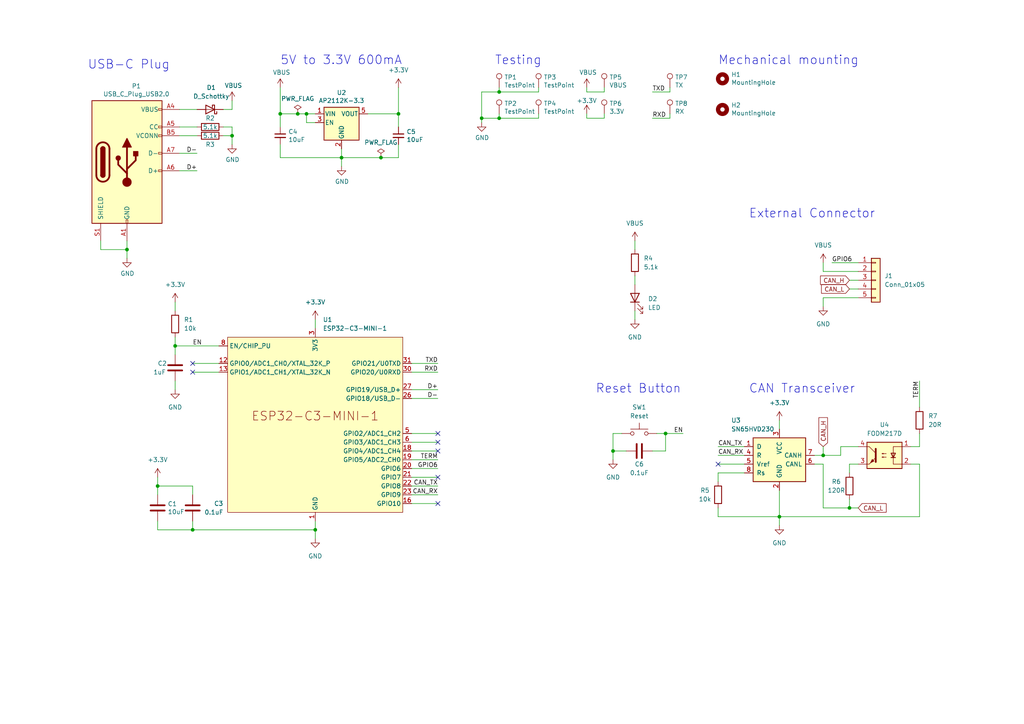
<source format=kicad_sch>
(kicad_sch (version 20230121) (generator eeschema)
  (paper "A4")
  (title_block (title "Expansion Card Template") (date "2020-12-12") (rev "X1") (company "Framework") (comment 1 "This work is licensed under a Creative Commons Attribution 4.0 International License") (comment 4 "https://frame.work"))
  (lib_symbols
    (symbol "Connector:TestPoint" (pin_numbers hide) (pin_names (offset 0.762) hide)
      (property "Reference" "TP" (at 0 6.858 0))
      (property "Value" "TestPoint" (at 0 5.08 0))
      (symbol "TestPoint_0_1"
        (circle (center 0 3.302) (radius 0.762))
      )
      (symbol "TestPoint_1_1"
        (pin passive line (at 0 0 90) (length 2.54) (name "1") (number "1"))
      )
    )
    (symbol "Connector:USB_C_Plug_USB2.0" (pin_names (offset 1.016))
      (property "Reference" "P" (at -10.16 19.05 0))
      (property "Value" "USB_C_Plug_USB2.0" (at 12.7 19.05 0))
      (symbol "USB_C_Plug_USB2.0_0_0"
        (rectangle (start -0.254 -17.78) (end 0.254 -16.764))
        (rectangle (start 10.16 -2.286) (end 9.144 -2.794))
        (rectangle (start 10.16 2.794) (end 9.144 2.286))
        (rectangle (start 10.16 7.874) (end 9.144 7.366))
        (rectangle (start 10.16 10.414) (end 9.144 9.906))
        (rectangle (start 10.16 15.494) (end 9.144 14.986))
      )
      (symbol "USB_C_Plug_USB2.0_0_1"
        (rectangle (start -10.16 17.78) (end 10.16 -17.78) (stroke (width 0.254)) (fill (type background)))
        (arc (start -8.89 -3.81) (mid -6.985 -5.7067) (end -5.08 -3.81) (stroke (width 0.508)))
        (arc (start -7.62 -3.81) (mid -6.985 -4.4423) (end -6.35 -3.81) (stroke (width 0.254)))
        (arc (start -7.62 -3.81) (mid -6.985 -4.4423) (end -6.35 -3.81) (stroke (width 0.254)) (fill (type outline)))
        (rectangle (start -7.62 -3.81) (end -6.35 3.81) (stroke (width 0.254)) (fill (type outline)))
        (arc (start -6.35 3.81) (mid -6.985 4.4423) (end -7.62 3.81) (stroke (width 0.254)))
        (arc (start -6.35 3.81) (mid -6.985 4.4423) (end -7.62 3.81) (stroke (width 0.254)) (fill (type outline)))
        (arc (start -5.08 3.81) (mid -6.985 5.7067) (end -8.89 3.81) (stroke (width 0.508)))
        (circle (center -2.54 1.143) (radius 0.635) (stroke (width 0.254)) (fill (type outline)))
        (circle (center 0 -5.842) (radius 1.27) (fill (type outline)))
        (polyline (pts (xy -8.89 -3.81) (xy -8.89 3.81)) (stroke (width 0.508)))
        (polyline (pts (xy -5.08 3.81) (xy -5.08 -3.81)) (stroke (width 0.508)))
        (polyline (pts (xy 0 -5.842) (xy 0 4.318)) (stroke (width 0.508)))
        (polyline (pts (xy 0 -3.302) (xy -2.54 -0.762) (xy -2.54 0.508)) (stroke (width 0.508)))
        (polyline (pts (xy 0 -2.032) (xy 2.54 0.508) (xy 2.54 1.778)) (stroke (width 0.508)))
        (polyline (pts (xy -1.27 4.318) (xy 0 6.858) (xy 1.27 4.318) (xy -1.27 4.318)) (stroke (width 0.254)) (fill (type outline)))
        (rectangle (start 1.905 1.778) (end 3.175 3.048) (stroke (width 0.254)) (fill (type outline)))
      )
      (symbol "USB_C_Plug_USB2.0_1_1"
        (pin passive line (at 0 -22.86 90) (length 5.08) (name "GND") (number "A1"))
        (pin passive line (at 0 -22.86 90) (length 5.08) hide (name "GND") (number "A12"))
        (pin passive line (at 15.24 15.24 180) (length 5.08) (name "VBUS") (number "A4"))
        (pin bidirectional line (at 15.24 10.16 180) (length 5.08) (name "CC") (number "A5"))
        (pin bidirectional line (at 15.24 -2.54 180) (length 5.08) (name "D+") (number "A6"))
        (pin bidirectional line (at 15.24 2.54 180) (length 5.08) (name "D-") (number "A7"))
        (pin passive line (at 15.24 15.24 180) (length 5.08) hide (name "VBUS") (number "A9"))
        (pin passive line (at 0 -22.86 90) (length 5.08) hide (name "GND") (number "B1"))
        (pin passive line (at 0 -22.86 90) (length 5.08) hide (name "GND") (number "B12"))
        (pin passive line (at 15.24 15.24 180) (length 5.08) hide (name "VBUS") (number "B4"))
        (pin bidirectional line (at 15.24 7.62 180) (length 5.08) (name "VCONN") (number "B5"))
        (pin passive line (at 15.24 15.24 180) (length 5.08) hide (name "VBUS") (number "B9"))
        (pin passive line (at -7.62 -22.86 90) (length 5.08) (name "SHIELD") (number "S1"))
      )
    )
    (symbol "Connector_Generic:Conn_01x05" (pin_names (offset 1.016) hide)
      (property "Reference" "J" (at 0 7.62 0))
      (property "Value" "Conn_01x05" (at 0 -7.62 0))
      (symbol "Conn_01x05_1_1"
        (rectangle (start -1.27 -4.953) (end 0 -5.207) (stroke (width 0.1524)))
        (rectangle (start -1.27 -2.413) (end 0 -2.667) (stroke (width 0.1524)))
        (rectangle (start -1.27 0.127) (end 0 -0.127) (stroke (width 0.1524)))
        (rectangle (start -1.27 2.667) (end 0 2.413) (stroke (width 0.1524)))
        (rectangle (start -1.27 5.207) (end 0 4.953) (stroke (width 0.1524)))
        (rectangle (start -1.27 6.35) (end 1.27 -6.35) (stroke (width 0.254)) (fill (type background)))
        (pin passive line (at -5.08 5.08 0) (length 3.81) (name "Pin_1") (number "1"))
        (pin passive line (at -5.08 2.54 0) (length 3.81) (name "Pin_2") (number "2"))
        (pin passive line (at -5.08 0 0) (length 3.81) (name "Pin_3") (number "3"))
        (pin passive line (at -5.08 -2.54 0) (length 3.81) (name "Pin_4") (number "4"))
        (pin passive line (at -5.08 -5.08 0) (length 3.81) (name "Pin_5") (number "5"))
      )
    )
    (symbol "Device:C" (pin_numbers hide) (pin_names (offset 0.254))
      (property "Reference" "C" (at 0.635 2.54 0))
      (property "Value" "C" (at 0.635 -2.54 0))
      (symbol "C_0_1"
        (polyline (pts (xy -2.032 -0.762) (xy 2.032 -0.762)) (stroke (width 0.508)))
        (polyline (pts (xy -2.032 0.762) (xy 2.032 0.762)) (stroke (width 0.508)))
      )
      (symbol "C_1_1"
        (pin passive line (at 0 3.81 270) (length 2.794) (name "~") (number "1"))
        (pin passive line (at 0 -3.81 90) (length 2.794) (name "~") (number "2"))
      )
    )
    (symbol "Device:C_Small" (pin_numbers hide) (pin_names (offset 0.254) hide)
      (property "Reference" "C" (at 0.254 1.778 0))
      (property "Value" "C_Small" (at 0.254 -2.032 0))
      (symbol "C_Small_0_1"
        (polyline (pts (xy -1.524 -0.508) (xy 1.524 -0.508)) (stroke (width 0.3302)))
        (polyline (pts (xy -1.524 0.508) (xy 1.524 0.508)) (stroke (width 0.3048)))
      )
      (symbol "C_Small_1_1"
        (pin passive line (at 0 2.54 270) (length 2.032) (name "~") (number "1"))
        (pin passive line (at 0 -2.54 90) (length 2.032) (name "~") (number "2"))
      )
    )
    (symbol "Device:D_Schottky" (pin_numbers hide) (pin_names (offset 1.016) hide)
      (property "Reference" "D" (at 0 2.54 0))
      (property "Value" "D_Schottky" (at 0 -2.54 0))
      (symbol "D_Schottky_0_1"
        (polyline (pts (xy 1.27 0) (xy -1.27 0)))
        (polyline (pts (xy 1.27 1.27) (xy 1.27 -1.27) (xy -1.27 0) (xy 1.27 1.27)) (stroke (width 0.254)))
        (polyline (pts (xy -1.905 0.635) (xy -1.905 1.27) (xy -1.27 1.27) (xy -1.27 -1.27) (xy -0.635 -1.27) (xy -0.635 -0.635)) (stroke (width 0.254)))
      )
      (symbol "D_Schottky_1_1"
        (pin passive line (at -3.81 0 0) (length 2.54) (name "K") (number "1"))
        (pin passive line (at 3.81 0 180) (length 2.54) (name "A") (number "2"))
      )
    )
    (symbol "Device:LED" (pin_numbers hide) (pin_names (offset 1.016) hide)
      (property "Reference" "D" (at 0 2.54 0))
      (property "Value" "LED" (at 0 -2.54 0))
      (symbol "LED_0_1"
        (polyline (pts (xy -1.27 -1.27) (xy -1.27 1.27)) (stroke (width 0.254)))
        (polyline (pts (xy -1.27 0) (xy 1.27 0)))
        (polyline (pts (xy 1.27 -1.27) (xy 1.27 1.27) (xy -1.27 0) (xy 1.27 -1.27)) (stroke (width 0.254)))
        (polyline (pts (xy -3.048 -0.762) (xy -4.572 -2.286) (xy -3.81 -2.286) (xy -4.572 -2.286) (xy -4.572 -1.524)))
        (polyline (pts (xy -1.778 -0.762) (xy -3.302 -2.286) (xy -2.54 -2.286) (xy -3.302 -2.286) (xy -3.302 -1.524)))
      )
      (symbol "LED_1_1"
        (pin passive line (at -3.81 0 0) (length 2.54) (name "K") (number "1"))
        (pin passive line (at 3.81 0 180) (length 2.54) (name "A") (number "2"))
      )
    )
    (symbol "Device:R" (pin_numbers hide) (pin_names (offset 0))
      (property "Reference" "R" (at 2.032 0 90))
      (property "Value" "R" (at 0 0 90))
      (symbol "R_0_1"
        (rectangle (start -1.016 -2.54) (end 1.016 2.54) (stroke (width 0.254)))
      )
      (symbol "R_1_1"
        (pin passive line (at 0 3.81 270) (length 1.27) (name "~") (number "1"))
        (pin passive line (at 0 -3.81 90) (length 1.27) (name "~") (number "2"))
      )
    )
    (symbol "Espressif:ESP32-C3-MINI-1"
      (property "Reference" "U" (at -25.4 30.48 0))
      (property "Value" "ESP32-C3-MINI-1" (at -25.4 27.94 0))
      (symbol "ESP32-C3-MINI-1_0_0"
        (text "ESP32-C3-MINI-1" (at 0 2.54 0) (effects (font (size 2.54 2.54))))
      )
      (symbol "ESP32-C3-MINI-1_0_1"
        (rectangle (start -25.4 25.4) (end 25.4 -25.4) (fill (type background)))
      )
      (symbol "ESP32-C3-MINI-1_1_1"
        (pin power_in line (at 0 -27.94 90) (length 2.54) (name "GND") (number "1"))
        (pin no_connect line (at -25.4 2.54 0) (length 2.54) hide (name "NC") (number "10"))
        (pin passive line (at 0 -27.94 90) (length 2.54) hide (name "GND") (number "11"))
        (pin bidirectional line (at -27.94 17.78 0) (length 2.54) (name "GPIO0/ADC1_CH0/XTAL_32K_P") (number "12"))
        (pin bidirectional line (at -27.94 15.24 0) (length 2.54) (name "GPIO1/ADC1_CH1/XTAL_32K_N") (number "13"))
        (pin passive line (at 0 -27.94 90) (length 2.54) hide (name "GND") (number "14"))
        (pin no_connect line (at -25.4 0 0) (length 2.54) hide (name "NC") (number "15"))
        (pin bidirectional line (at 27.94 -22.86 180) (length 2.54) (name "GPIO10") (number "16"))
        (pin no_connect line (at -25.4 -2.54 0) (length 2.54) hide (name "NC") (number "17"))
        (pin bidirectional line (at 27.94 -7.62 180) (length 2.54) (name "GPIO4/ADC1_CH4") (number "18"))
        (pin bidirectional line (at 27.94 -10.16 180) (length 2.54) (name "GPIO5/ADC2_CH0") (number "19"))
        (pin passive line (at 0 -27.94 90) (length 2.54) hide (name "GND") (number "2"))
        (pin bidirectional line (at 27.94 -12.7 180) (length 2.54) (name "GPIO6") (number "20"))
        (pin bidirectional line (at 27.94 -15.24 180) (length 2.54) (name "GPIO7") (number "21"))
        (pin bidirectional line (at 27.94 -17.78 180) (length 2.54) (name "GPIO8") (number "22"))
        (pin bidirectional line (at 27.94 -20.32 180) (length 2.54) (name "GPIO9") (number "23"))
        (pin no_connect line (at -25.4 -5.08 0) (length 2.54) hide (name "NC") (number "24"))
        (pin no_connect line (at -25.4 -7.62 0) (length 2.54) hide (name "NC") (number "25"))
        (pin bidirectional line (at 27.94 7.62 180) (length 2.54) (name "GPIO18/USB_D-") (number "26"))
        (pin bidirectional line (at 27.94 10.16 180) (length 2.54) (name "GPIO19/USB_D+") (number "27"))
        (pin no_connect line (at -25.4 -10.16 0) (length 2.54) hide (name "NC") (number "28"))
        (pin no_connect line (at -25.4 -12.7 0) (length 2.54) hide (name "NC") (number "29"))
        (pin power_in line (at 0 27.94 270) (length 2.54) (name "3V3") (number "3"))
        (pin bidirectional line (at 27.94 15.24 180) (length 2.54) (name "GPIO20/U0RXD") (number "30"))
        (pin bidirectional line (at 27.94 17.78 180) (length 2.54) (name "GPIO21/U0TXD") (number "31"))
        (pin no_connect line (at -25.4 -15.24 0) (length 2.54) hide (name "NC") (number "32"))
        (pin no_connect line (at -25.4 -17.78 0) (length 2.54) hide (name "NC") (number "33"))
        (pin no_connect line (at -25.4 -20.32 0) (length 2.54) hide (name "NC") (number "34"))
        (pin no_connect line (at -25.4 -22.86 0) (length 2.54) hide (name "NC") (number "35"))
        (pin passive line (at 0 -27.94 90) (length 2.54) hide (name "GND") (number "36"))
        (pin passive line (at 0 -27.94 90) (length 2.54) hide (name "GND") (number "37"))
        (pin passive line (at 0 -27.94 90) (length 2.54) hide (name "GND") (number "38"))
        (pin passive line (at 0 -27.94 90) (length 2.54) hide (name "GND") (number "39"))
        (pin no_connect line (at -25.4 10.16 0) (length 2.54) hide (name "NC") (number "4"))
        (pin passive line (at 0 -27.94 90) (length 2.54) hide (name "GND") (number "40"))
        (pin passive line (at 0 -27.94 90) (length 2.54) hide (name "GND") (number "41"))
        (pin passive line (at 0 -27.94 90) (length 2.54) hide (name "GND") (number "42"))
        (pin passive line (at 0 -27.94 90) (length 2.54) hide (name "GND") (number "43"))
        (pin passive line (at 0 -27.94 90) (length 2.54) hide (name "GND") (number "44"))
        (pin passive line (at 0 -27.94 90) (length 2.54) hide (name "GND") (number "45"))
        (pin passive line (at 0 -27.94 90) (length 2.54) hide (name "GND") (number "46"))
        (pin passive line (at 0 -27.94 90) (length 2.54) hide (name "GND") (number "47"))
        (pin passive line (at 0 -27.94 90) (length 2.54) hide (name "GND") (number "48"))
        (pin passive line (at 0 -27.94 90) (length 2.54) hide (name "GND") (number "49"))
        (pin bidirectional line (at 27.94 -2.54 180) (length 2.54) (name "GPIO2/ADC1_CH2") (number "5"))
        (pin passive line (at 0 -27.94 90) (length 2.54) hide (name "GND") (number "50"))
        (pin passive line (at 0 -27.94 90) (length 2.54) hide (name "GND") (number "51"))
        (pin passive line (at 0 -27.94 90) (length 2.54) hide (name "GND") (number "52"))
        (pin passive line (at 0 -27.94 90) (length 2.54) hide (name "GND") (number "53"))
        (pin bidirectional line (at 27.94 -5.08 180) (length 2.54) (name "GPIO3/ADC1_CH3") (number "6"))
        (pin no_connect line (at -25.4 7.62 0) (length 2.54) hide (name "NC") (number "7"))
        (pin input line (at -27.94 22.86 0) (length 2.54) (name "EN/CHIP_PU") (number "8"))
        (pin no_connect line (at -25.4 5.08 0) (length 2.54) hide (name "NC") (number "9"))
      )
    )
    (symbol "GND_1" (power) (pin_names (offset 0))
      (property "Value" "GND_1" (at 0 -3.81 0))
      (symbol "GND_1_0_1"
        (polyline (pts (xy 0 0) (xy 0 -1.27) (xy 1.27 -1.27) (xy 0 -2.54) (xy -1.27 -1.27) (xy 0 -1.27)))
      )
      (symbol "GND_1_1_1"
        (pin power_in line (at 0 0 270) (length 0) hide (name "GND") (number "1"))
      )
    )
    (symbol "GND_2" (power) (pin_names (offset 0))
      (property "Value" "GND_2" (at 0 -3.81 0))
      (symbol "GND_2_0_1"
        (polyline (pts (xy 0 0) (xy 0 -1.27) (xy 1.27 -1.27) (xy 0 -2.54) (xy -1.27 -1.27) (xy 0 -1.27)))
      )
      (symbol "GND_2_1_1"
        (pin power_in line (at 0 0 270) (length 0) hide (name "GND") (number "1"))
      )
    )
    (symbol "GND_4" (power) (pin_names (offset 0))
      (property "Value" "GND_4" (at 0 -3.81 0))
      (symbol "GND_4_0_1"
        (polyline (pts (xy 0 0) (xy 0 -1.27) (xy 1.27 -1.27) (xy 0 -2.54) (xy -1.27 -1.27) (xy 0 -1.27)))
      )
      (symbol "GND_4_1_1"
        (pin power_in line (at 0 0 270) (length 0) hide (name "GND") (number "1"))
      )
    )
    (symbol "GND_5" (power) (pin_names (offset 0))
      (property "Value" "GND_5" (at 0 -3.81 0))
      (symbol "GND_5_0_1"
        (polyline (pts (xy 0 0) (xy 0 -1.27) (xy 1.27 -1.27) (xy 0 -2.54) (xy -1.27 -1.27) (xy 0 -1.27)))
      )
      (symbol "GND_5_1_1"
        (pin power_in line (at 0 0 270) (length 0) hide (name "GND") (number "1"))
      )
    )
    (symbol "GND_6" (power) (pin_names (offset 0))
      (property "Value" "GND_6" (at 0 -3.81 0))
      (symbol "GND_6_0_1"
        (polyline (pts (xy 0 0) (xy 0 -1.27) (xy 1.27 -1.27) (xy 0 -2.54) (xy -1.27 -1.27) (xy 0 -1.27)))
      )
      (symbol "GND_6_1_1"
        (pin power_in line (at 0 0 270) (length 0) hide (name "GND") (number "1"))
      )
    )
    (symbol "GND_7" (power) (pin_names (offset 0))
      (property "Value" "GND_7" (at 0 -3.81 0))
      (symbol "GND_7_0_1"
        (polyline (pts (xy 0 0) (xy 0 -1.27) (xy 1.27 -1.27) (xy 0 -2.54) (xy -1.27 -1.27) (xy 0 -1.27)))
      )
      (symbol "GND_7_1_1"
        (pin power_in line (at 0 0 270) (length 0) hide (name "GND") (number "1"))
      )
    )
    (symbol "Interface_CAN_LIN:SN65HVD230" (pin_names (offset 1.016))
      (property "Reference" "U" (at -2.54 10.16 0))
      (property "Value" "SN65HVD230" (at -2.54 7.62 0))
      (symbol "SN65HVD230_0_1"
        (rectangle (start -7.62 5.08) (end 7.62 -7.62) (stroke (width 0.254)) (fill (type background)))
      )
      (symbol "SN65HVD230_1_1"
        (pin input line (at -10.16 2.54 0) (length 2.54) (name "D") (number "1"))
        (pin power_in line (at 0 -10.16 90) (length 2.54) (name "GND") (number "2"))
        (pin power_in line (at 0 7.62 270) (length 2.54) (name "VCC") (number "3"))
        (pin output line (at -10.16 0 0) (length 2.54) (name "R") (number "4"))
        (pin output line (at -10.16 -2.54 0) (length 2.54) (name "Vref") (number "5"))
        (pin bidirectional line (at 10.16 -2.54 180) (length 2.54) (name "CANL") (number "6"))
        (pin bidirectional line (at 10.16 0 180) (length 2.54) (name "CANH") (number "7"))
        (pin input line (at -10.16 -5.08 0) (length 2.54) (name "Rs") (number "8"))
      )
    )
    (symbol "Isolator:FODM217D"
      (property "Reference" "U" (at -5.08 5.08 0))
      (property "Value" "FODM217D" (at 0 5.08 0))
      (symbol "FODM217D_0_1"
        (rectangle (start -5.08 3.81) (end 5.08 -3.81) (stroke (width 0.254)) (fill (type background)))
        (polyline (pts (xy -3.175 -0.635) (xy -1.905 -0.635)) (stroke (width 0.254)))
        (polyline (pts (xy 2.54 0.635) (xy 4.445 2.54)))
        (polyline (pts (xy 4.445 -2.54) (xy 2.54 -0.635)) (fill (type outline)))
        (polyline (pts (xy 4.445 -2.54) (xy 5.08 -2.54)))
        (polyline (pts (xy 4.445 2.54) (xy 5.08 2.54)))
        (polyline (pts (xy -5.08 2.54) (xy -2.54 2.54) (xy -2.54 -0.635)))
        (polyline (pts (xy -2.54 -0.635) (xy -2.54 -2.54) (xy -5.08 -2.54)))
        (polyline (pts (xy 2.54 1.905) (xy 2.54 -1.905) (xy 2.54 -1.905)) (stroke (width 0.508)))
        (polyline (pts (xy -2.54 -0.635) (xy -3.175 0.635) (xy -1.905 0.635) (xy -2.54 -0.635)) (stroke (width 0.254)))
        (polyline (pts (xy -0.508 -0.508) (xy 0.762 -0.508) (xy 0.381 -0.635) (xy 0.381 -0.381) (xy 0.762 -0.508)))
        (polyline (pts (xy -0.508 0.508) (xy 0.762 0.508) (xy 0.381 0.381) (xy 0.381 0.635) (xy 0.762 0.508)))
        (polyline (pts (xy 3.048 -1.651) (xy 3.556 -1.143) (xy 4.064 -2.159) (xy 3.048 -1.651) (xy 3.048 -1.651)) (fill (type outline)))
      )
      (symbol "FODM217D_1_1"
        (pin passive line (at -7.62 2.54 0) (length 2.54) (name "~") (number "1"))
        (pin passive line (at -7.62 -2.54 0) (length 2.54) (name "~") (number "2"))
        (pin passive line (at 7.62 -2.54 180) (length 2.54) (name "~") (number "3"))
        (pin passive line (at 7.62 2.54 180) (length 2.54) (name "~") (number "4"))
      )
    )
    (symbol "Mechanical:MountingHole" (pin_names (offset 1.016))
      (property "Reference" "H" (at 0 5.08 0))
      (property "Value" "MountingHole" (at 0 3.175 0))
      (symbol "MountingHole_0_1"
        (circle (center 0 0) (radius 1.27) (stroke (width 1.27)))
      )
    )
    (symbol "Regulator_Linear:AP2112K-3.3" (pin_names (offset 0.254))
      (property "Reference" "U" (at -5.08 5.715 0))
      (property "Value" "AP2112K-3.3" (at 0 5.715 0))
      (symbol "AP2112K-3.3_0_1"
        (rectangle (start -5.08 4.445) (end 5.08 -5.08) (stroke (width 0.254)) (fill (type background)))
      )
      (symbol "AP2112K-3.3_1_1"
        (pin power_in line (at -7.62 2.54 0) (length 2.54) (name "VIN") (number "1"))
        (pin power_in line (at 0 -7.62 90) (length 2.54) (name "GND") (number "2"))
        (pin input line (at -7.62 0 0) (length 2.54) (name "EN") (number "3"))
        (pin no_connect line (at 5.08 0 180) (length 2.54) hide (name "NC") (number "4"))
        (pin power_out line (at 7.62 2.54 180) (length 2.54) (name "VOUT") (number "5"))
      )
    )
    (symbol "Switch:SW_Push" (pin_numbers hide) (pin_names (offset 1.016) hide)
      (property "Reference" "SW" (at 1.27 2.54 0))
      (property "Value" "SW_Push" (at 0 -1.524 0))
      (symbol "SW_Push_0_1"
        (circle (center -2.032 0) (radius 0.508))
        (polyline (pts (xy 0 1.27) (xy 0 3.048)))
        (polyline (pts (xy 2.54 1.27) (xy -2.54 1.27)))
        (circle (center 2.032 0) (radius 0.508))
        (pin passive line (at -5.08 0 0) (length 2.54) (name "1") (number "1"))
        (pin passive line (at 5.08 0 180) (length 2.54) (name "2") (number "2"))
      )
    )
    (symbol "VBUS_1" (power) (pin_names (offset 0))
      (property "Value" "VBUS_1" (at 0 3.81 0))
      (symbol "VBUS_1_0_1"
        (polyline (pts (xy -0.762 1.27) (xy 0 2.54)))
        (polyline (pts (xy 0 0) (xy 0 2.54)))
        (polyline (pts (xy 0 2.54) (xy 0.762 1.27)))
      )
      (symbol "VBUS_1_1_1"
        (pin power_in line (at 0 0 90) (length 0) hide (name "VBUS") (number "1"))
      )
    )
    (symbol "VBUS_2" (power) (pin_names (offset 0))
      (property "Value" "VBUS_2" (at 0 3.81 0))
      (symbol "VBUS_2_0_1"
        (polyline (pts (xy -0.762 1.27) (xy 0 2.54)))
        (polyline (pts (xy 0 0) (xy 0 2.54)))
        (polyline (pts (xy 0 2.54) (xy 0.762 1.27)))
      )
      (symbol "VBUS_2_1_1"
        (pin power_in line (at 0 0 90) (length 0) hide (name "VBUS") (number "1"))
      )
    )
    (symbol "power:+3.3V" (power) (pin_names (offset 0))
      (property "Value" "+3.3V" (at 0 3.556 0))
      (symbol "+3.3V_0_1"
        (polyline (pts (xy -0.762 1.27) (xy 0 2.54)))
        (polyline (pts (xy 0 0) (xy 0 2.54)))
        (polyline (pts (xy 0 2.54) (xy 0.762 1.27)))
      )
      (symbol "+3.3V_1_1"
        (pin power_in line (at 0 0 90) (length 0) hide (name "+3.3V") (number "1"))
      )
    )
    (symbol "power:GND" (power) (pin_names (offset 0))
      (property "Value" "GND" (at 0 -3.81 0))
      (symbol "GND_0_1"
        (polyline (pts (xy 0 0) (xy 0 -1.27) (xy 1.27 -1.27) (xy 0 -2.54) (xy -1.27 -1.27) (xy 0 -1.27)))
      )
      (symbol "GND_1_1"
        (pin power_in line (at 0 0 270) (length 0) hide (name "GND") (number "1"))
      )
    )
    (symbol "power:PWR_FLAG" (power) (pin_numbers hide) (pin_names (offset 0) hide)
      (property "Value" "PWR_FLAG" (at 0 3.81 0))
      (symbol "PWR_FLAG_0_0"
        (pin power_out line (at 0 0 90) (length 0) (name "pwr") (number "1"))
      )
      (symbol "PWR_FLAG_0_1"
        (polyline (pts (xy 0 0) (xy 0 1.27) (xy -1.016 1.905) (xy 0 2.54) (xy 1.016 1.905) (xy 0 1.27)))
      )
    )
    (symbol "power:VBUS" (power) (pin_names (offset 0))
      (property "Value" "VBUS" (at 0 3.81 0))
      (symbol "VBUS_0_1"
        (polyline (pts (xy -0.762 1.27) (xy 0 2.54)))
        (polyline (pts (xy 0 0) (xy 0 2.54)))
        (polyline (pts (xy 0 2.54) (xy 0.762 1.27)))
      )
      (symbol "VBUS_1_1"
        (pin power_in line (at 0 0 90) (length 0) hide (name "VBUS") (number "1"))
      )
    )
  )
  (junction (at 81.28 33.02))
  (junction (at 139.7 34.29))
  (junction (at 226.06 149.86))
  (junction (at 144.78 34.29))
  (junction (at 193.04 125.73))
  (junction (at 238.76 132.08))
  (junction (at 86.36 33.02))
  (junction (at 67.31 39.37))
  (junction (at 50.8 100.33))
  (junction (at 36.83 72.39))
  (junction (at 144.78 26.67))
  (junction (at 99.06 45.72))
  (junction (at 246.38 147.32))
  (junction (at 115.57 33.02))
  (junction (at 110.49 45.72))
  (junction (at 88.9 33.02))
  (junction (at 91.44 153.67))
  (junction (at 55.88 153.67))
  (junction (at 45.72 140.97))
  (junction (at 177.8 130.81))
  (no_connect (at 55.88 105.41))
  (no_connect (at 127 130.81))
  (no_connect (at 127 128.27))
  (no_connect (at 127 138.43))
  (no_connect (at 55.88 107.95))
  (no_connect (at 127 125.73))
  (no_connect (at 127 146.05))
  (no_connect (at 208.28 134.62))
  (wire (pts (xy 177.8 125.73) (xy 177.8 130.81)))
  (wire (pts (xy 190.5 125.73) (xy 193.04 125.73)))
  (wire (pts (xy 139.7 26.67) (xy 139.7 34.29)))
  (wire (pts (xy 208.28 132.08) (xy 215.9 132.08)))
  (wire (pts (xy 127 143.51) (xy 119.38 143.51)))
  (wire (pts (xy 175.26 26.67) (xy 175.26 25.4)))
  (wire (pts (xy 246.38 83.82) (xy 248.92 83.82)))
  (wire (pts (xy 50.8 100.33) (xy 63.5 100.33)))
  (wire (pts (xy 238.76 132.08) (xy 236.22 132.08)))
  (wire (pts (xy 29.21 72.39) (xy 36.83 72.39)))
  (wire (pts (xy 156.21 26.67) (xy 156.21 25.4)))
  (wire (pts (xy 177.8 130.81) (xy 181.61 130.81)))
  (wire (pts (xy 170.18 25.4) (xy 170.18 26.67)))
  (wire (pts (xy 238.76 86.36) (xy 248.92 86.36)))
  (wire (pts (xy 91.44 156.21) (xy 91.44 153.67)))
  (wire (pts (xy 243.84 132.08) (xy 243.84 129.54)))
  (wire (pts (xy 127 133.35) (xy 119.38 133.35)))
  (wire (pts (xy 52.07 36.83) (xy 57.15 36.83)))
  (wire (pts (xy 45.72 138.43) (xy 45.72 140.97)))
  (wire (pts (xy 50.8 100.33) (xy 50.8 102.87)))
  (wire (pts (xy 57.15 49.53) (xy 52.07 49.53)))
  (wire (pts (xy 119.38 125.73) (xy 127 125.73)))
  (wire (pts (xy 246.38 81.28) (xy 248.92 81.28)))
  (wire (pts (xy 266.7 134.62) (xy 264.16 134.62)))
  (wire (pts (xy 86.36 33.02) (xy 88.9 33.02)))
  (wire (pts (xy 119.38 138.43) (xy 127 138.43)))
  (wire (pts (xy 50.8 110.49) (xy 50.8 113.03)))
  (wire (pts (xy 266.7 110.49) (xy 266.7 118.11)))
  (wire (pts (xy 91.44 35.56) (xy 88.9 35.56)))
  (wire (pts (xy 55.88 140.97) (xy 55.88 143.51)))
  (wire (pts (xy 99.06 43.18) (xy 99.06 45.72)))
  (wire (pts (xy 127 130.81) (xy 119.38 130.81)))
  (wire (pts (xy 55.88 151.13) (xy 55.88 153.67)))
  (wire (pts (xy 119.38 113.03) (xy 127 113.03)))
  (wire (pts (xy 55.88 105.41) (xy 63.5 105.41)))
  (wire (pts (xy 226.06 142.24) (xy 226.06 149.86)))
  (wire (pts (xy 208.28 147.32) (xy 208.28 149.86)))
  (wire (pts (xy 226.06 121.92) (xy 226.06 124.46)))
  (wire (pts (xy 144.78 26.67) (xy 144.78 25.4)))
  (wire (pts (xy 139.7 35.56) (xy 139.7 34.29)))
  (wire (pts (xy 238.76 129.54) (xy 238.76 132.08)))
  (wire (pts (xy 184.15 80.01) (xy 184.15 82.55)))
  (wire (pts (xy 156.21 34.29) (xy 156.21 33.02)))
  (wire (pts (xy 67.31 39.37) (xy 67.31 41.91)))
  (wire (pts (xy 208.28 137.16) (xy 208.28 139.7)))
  (wire (pts (xy 184.15 90.17) (xy 184.15 92.71)))
  (wire (pts (xy 246.38 144.78) (xy 246.38 147.32)))
  (wire (pts (xy 264.16 129.54) (xy 266.7 129.54)))
  (wire (pts (xy 243.84 129.54) (xy 248.92 129.54)))
  (wire (pts (xy 45.72 151.13) (xy 45.72 153.67)))
  (wire (pts (xy 189.23 34.29) (xy 194.31 34.29)))
  (wire (pts (xy 67.31 36.83) (xy 64.77 36.83)))
  (wire (pts (xy 45.72 153.67) (xy 55.88 153.67)))
  (wire (pts (xy 110.49 45.72) (xy 115.57 45.72)))
  (wire (pts (xy 177.8 130.81) (xy 177.8 133.35)))
  (wire (pts (xy 106.68 33.02) (xy 115.57 33.02)))
  (wire (pts (xy 50.8 97.79) (xy 50.8 100.33)))
  (wire (pts (xy 36.83 72.39) (xy 36.83 69.85)))
  (wire (pts (xy 194.31 26.67) (xy 194.31 25.4)))
  (wire (pts (xy 246.38 147.32) (xy 248.92 147.32)))
  (wire (pts (xy 238.76 86.36) (xy 238.76 88.9)))
  (wire (pts (xy 52.07 31.75) (xy 57.15 31.75)))
  (wire (pts (xy 238.76 78.74) (xy 248.92 78.74)))
  (wire (pts (xy 67.31 31.75) (xy 67.31 29.21)))
  (wire (pts (xy 57.15 44.45) (xy 52.07 44.45)))
  (wire (pts (xy 81.28 41.91) (xy 81.28 45.72)))
  (wire (pts (xy 64.77 39.37) (xy 67.31 39.37)))
  (wire (pts (xy 226.06 149.86) (xy 266.7 149.86)))
  (wire (pts (xy 45.72 140.97) (xy 45.72 143.51)))
  (wire (pts (xy 208.28 137.16) (xy 215.9 137.16)))
  (wire (pts (xy 81.28 45.72) (xy 99.06 45.72)))
  (wire (pts (xy 99.06 45.72) (xy 99.06 48.26)))
  (wire (pts (xy 144.78 26.67) (xy 139.7 26.67)))
  (wire (pts (xy 119.38 105.41) (xy 127 105.41)))
  (wire (pts (xy 170.18 34.29) (xy 175.26 34.29)))
  (wire (pts (xy 29.21 69.85) (xy 29.21 72.39)))
  (wire (pts (xy 115.57 36.83) (xy 115.57 33.02)))
  (wire (pts (xy 119.38 107.95) (xy 127 107.95)))
  (wire (pts (xy 175.26 34.29) (xy 175.26 33.02)))
  (wire (pts (xy 238.76 132.08) (xy 243.84 132.08)))
  (wire (pts (xy 115.57 41.91) (xy 115.57 45.72)))
  (wire (pts (xy 81.28 36.83) (xy 81.28 33.02)))
  (wire (pts (xy 246.38 134.62) (xy 246.38 137.16)))
  (wire (pts (xy 127 140.97) (xy 119.38 140.97)))
  (wire (pts (xy 88.9 33.02) (xy 91.44 33.02)))
  (wire (pts (xy 208.28 129.54) (xy 215.9 129.54)))
  (wire (pts (xy 45.72 140.97) (xy 55.88 140.97)))
  (wire (pts (xy 119.38 115.57) (xy 127 115.57)))
  (wire (pts (xy 266.7 125.73) (xy 266.7 129.54)))
  (wire (pts (xy 266.7 149.86) (xy 266.7 134.62)))
  (wire (pts (xy 81.28 33.02) (xy 86.36 33.02)))
  (wire (pts (xy 99.06 45.72) (xy 110.49 45.72)))
  (wire (pts (xy 36.83 74.93) (xy 36.83 72.39)))
  (wire (pts (xy 55.88 107.95) (xy 63.5 107.95)))
  (wire (pts (xy 238.76 147.32) (xy 238.76 134.62)))
  (wire (pts (xy 57.15 39.37) (xy 52.07 39.37)))
  (wire (pts (xy 184.15 69.85) (xy 184.15 72.39)))
  (wire (pts (xy 127 146.05) (xy 119.38 146.05)))
  (wire (pts (xy 170.18 26.67) (xy 175.26 26.67)))
  (wire (pts (xy 144.78 34.29) (xy 144.78 33.02)))
  (wire (pts (xy 64.77 31.75) (xy 67.31 31.75)))
  (wire (pts (xy 180.34 125.73) (xy 177.8 125.73)))
  (wire (pts (xy 156.21 34.29) (xy 144.78 34.29)))
  (wire (pts (xy 193.04 125.73) (xy 198.12 125.73)))
  (wire (pts (xy 246.38 147.32) (xy 238.76 147.32)))
  (wire (pts (xy 208.28 149.86) (xy 226.06 149.86)))
  (wire (pts (xy 246.38 134.62) (xy 248.92 134.62)))
  (wire (pts (xy 119.38 135.89) (xy 127 135.89)))
  (wire (pts (xy 67.31 36.83) (xy 67.31 39.37)))
  (wire (pts (xy 156.21 26.67) (xy 144.78 26.67)))
  (wire (pts (xy 238.76 78.74) (xy 238.76 76.2)))
  (wire (pts (xy 127 128.27) (xy 119.38 128.27)))
  (wire (pts (xy 55.88 153.67) (xy 91.44 153.67)))
  (wire (pts (xy 189.23 26.67) (xy 194.31 26.67)))
  (wire (pts (xy 208.28 134.62) (xy 215.9 134.62)))
  (wire (pts (xy 144.78 34.29) (xy 139.7 34.29)))
  (wire (pts (xy 81.28 25.4) (xy 81.28 33.02)))
  (wire (pts (xy 193.04 130.81) (xy 189.23 130.81)))
  (wire (pts (xy 236.22 134.62) (xy 238.76 134.62)))
  (wire (pts (xy 91.44 92.71) (xy 91.44 95.25)))
  (wire (pts (xy 50.8 87.63) (xy 50.8 90.17)))
  (wire (pts (xy 241.3 76.2) (xy 248.92 76.2)))
  (wire (pts (xy 194.31 34.29) (xy 194.31 33.02)))
  (wire (pts (xy 91.44 151.13) (xy 91.44 153.67)))
  (wire (pts (xy 226.06 152.4) (xy 226.06 149.86)))
  (wire (pts (xy 193.04 125.73) (xy 193.04 130.81)))
  (wire (pts (xy 170.18 33.02) (xy 170.18 34.29)))
  (wire (pts (xy 88.9 35.56) (xy 88.9 33.02)))
  (wire (pts (xy 115.57 25.4) (xy 115.57 33.02)))
  (text "CAN Transceiver" (at 217.17 114.3 0) (effects (font (size 2.54 2.54)) (justify left bottom)))
  (text "External Connector" (at 217.17 63.5 0) (effects (font (size 2.54 2.54)) (justify left bottom)))
  (text "USB-C Plug" (at 25.4 20.32 0) (effects (font (size 2.54 2.54)) (justify left bottom)))
  (text "Reset Button" (at 172.72 114.3 0) (effects (font (size 2.54 2.54)) (justify left bottom)))
  (text "Testing" (at 143.51 19.05 0) (effects (font (size 2.54 2.54)) (justify left bottom)))
  (text "Mechanical mounting" (at 208.28 19.05 0) (effects (font (size 2.54 2.54)) (justify left bottom)))
  (text "5V to 3.3V 600mA" (at 81.28 19.05 0) (effects (font (size 2.54 2.54)) (justify left bottom)))
  (label "CAN_RX" (at 127 143.51 180))
  (label "EN" (at 198.12 125.73 180))
  (label "RXD" (at 127 107.95 180))
  (label "GPIO6" (at 127 135.89 180))
  (label "CAN_RX" (at 208.28 132.08 0))
  (label "D+" (at 57.15 49.53 180))
  (label "TXD" (at 189.23 26.67 0))
  (label "D+" (at 127 113.03 180))
  (label "TXD" (at 127 105.41 180))
  (label "CAN_TX" (at 208.28 129.54 0))
  (label "TERM" (at 127 133.35 180))
  (label "RXD" (at 189.23 34.29 0))
  (label "CAN_TX" (at 127 140.97 180))
  (label "D-" (at 57.15 44.45 180))
  (label "GPIO6" (at 241.3 76.2 0))
  (label "EN" (at 55.88 100.33 0))
  (label "TERM" (at 266.7 110.49 270))
  (label "D-" (at 127 115.57 180))
  (global_label "CAN_L" (shape input) (at 246.38 83.82 180) (property "Intersheetrefs" "${INTERSHEET_REFS}" (effects hide)))
  (global_label "CAN_H" (shape input) (at 238.76 129.54 90) (property "Intersheetrefs" "${INTERSHEET_REFS}" (effects hide)))
  (global_label "CAN_H" (shape input) (at 246.38 81.28 180) (property "Intersheetrefs" "${INTERSHEET_REFS}" (effects hide)))
  (global_label "CAN_L" (shape input) (at 248.92 147.32 0) (property "Intersheetrefs" "${INTERSHEET_REFS}" (effects hide)))
  (symbol (lib_id "Regulator_Linear:AP2112K-3.3") (at 99.06 35.56 0) (unit 1)
    (property "Reference" "U2" (at 99.06 26.8732 0))
    (property "Value" "AP2112K-3.3" (at 99.06 29.1846 0))
    (property "Footprint" "Package_TO_SOT_SMD:SOT-23-5" (effects hide))
    (property "Datasheet" "https://www.diodes.com/assets/Datasheets/AP2112.pdf" (effects hide))
  )
  (symbol (lib_id "Device:C_Small") (at 81.28 39.37 0) (unit 1)
    (property "Reference" "C4" (at 83.6168 38.2016 0) (effects (justify left)))
    (property "Value" "10uF" (at 83.6168 40.513 0) (effects (justify left)))
    (property "Footprint" "Capacitor_SMD:C_0805_2012Metric_Pad1.18x1.45mm_HandSolder" (effects hide))
  )
  (symbol (lib_id "Device:C_Small") (at 115.57 39.37 0) (unit 1)
    (property "Reference" "C5" (at 117.9068 38.2016 0) (effects (justify left)))
    (property "Value" "10uF" (at 117.9068 40.513 0) (effects (justify left)))
    (property "Footprint" "Capacitor_SMD:C_0805_2012Metric_Pad1.18x1.45mm_HandSolder" (effects hide))
  )
  (symbol (lib_id "power:GND") (at 99.06 48.26 0) (unit 1)
    (property "Reference" "#PWR010" (effects hide))
    (property "Value" "GND" (at 99.187 52.6542 0))
  )
  (symbol (lib_id "power:VBUS") (at 81.28 25.4 0) (unit 1)
    (property "Reference" "#PWR07" (effects hide))
    (property "Value" "VBUS" (at 81.661 21.0058 0))
  )
  (symbol (lib_id "Connector:USB_C_Plug_USB2.0") (at 36.83 46.99 0) (unit 1)
    (property "Reference" "P1" (at 39.5478 24.9682 0))
    (property "Value" "USB_C_Plug_USB2.0" (at 39.5478 27.2796 0))
    (property "Footprint" "Expansion_Card:USB_C_Plug_Molex_105444" (effects hide))
    (property "Datasheet" "https://www.usb.org/sites/default/files/documents/usb_type-c.zip" (effects hide))
  )
  (symbol (lib_id "power:GND") (at 36.83 74.93 0) (unit 1)
    (property "Reference" "#PWR01" (effects hide))
    (property "Value" "GND" (at 36.957 79.3242 0))
  )
  (symbol (lib_id "power:GND") (at 67.31 41.91 0) (unit 1)
    (property "Reference" "#PWR06" (effects hide))
    (property "Value" "GND" (at 67.437 46.3042 0))
  )
  (symbol (lib_id "power:VBUS") (at 67.31 29.21 0) (unit 1)
    (property "Reference" "#PWR05" (effects hide))
    (property "Value" "VBUS" (at 67.691 24.8158 0))
  )
  (symbol (lib_id "power:PWR_FLAG") (at 86.36 33.02 0) (unit 1)
    (property "Reference" "#FLG01" (effects hide))
    (property "Value" "PWR_FLAG" (at 86.36 28.6258 0))
  )
  (symbol (lib_id "power:PWR_FLAG") (at 110.49 45.72 0) (unit 1)
    (property "Reference" "#FLG02" (effects hide))
    (property "Value" "PWR_FLAG" (at 110.49 41.3258 0))
  )
  (symbol (lib_id "Connector:TestPoint") (at 156.21 25.4 0) (unit 1)
    (property "Reference" "TP3" (at 157.6832 22.4028 0) (effects (justify left)))
    (property "Value" "TestPoint" (at 157.6832 24.7142 0) (effects (justify left)))
    (property "Footprint" "TestPoint:TestPoint_Pad_1.5x1.5mm" (effects hide))
  )
  (symbol (lib_id "Connector:TestPoint") (at 144.78 25.4 0) (unit 1)
    (property "Reference" "TP1" (at 146.2532 22.4028 0) (effects (justify left)))
    (property "Value" "TestPoint" (at 146.2532 24.7142 0) (effects (justify left)))
    (property "Footprint" "TestPoint:TestPoint_Pad_1.5x1.5mm" (effects hide))
  )
  (symbol (lib_id "Connector:TestPoint") (at 144.78 33.02 0) (unit 1)
    (property "Reference" "TP2" (at 146.2532 30.0228 0) (effects (justify left)))
    (property "Value" "TestPoint" (at 146.2532 32.3342 0) (effects (justify left)))
    (property "Footprint" "TestPoint:TestPoint_Pad_1.5x1.5mm" (effects hide))
  )
  (symbol (lib_id "Connector:TestPoint") (at 156.21 33.02 0) (unit 1)
    (property "Reference" "TP4" (at 157.6832 30.0228 0) (effects (justify left)))
    (property "Value" "TestPoint" (at 157.6832 32.3342 0) (effects (justify left)))
    (property "Footprint" "TestPoint:TestPoint_Pad_1.5x1.5mm" (effects hide))
  )
  (symbol (lib_id "power:GND") (at 139.7 35.56 0) (unit 1)
    (property "Reference" "#PWR012" (effects hide))
    (property "Value" "GND" (at 139.827 39.9542 0))
  )
  (symbol (lib_id "Device:C") (at 50.8 106.68 0) (unit 1)
    (property "Reference" "C2" (at 45.72 105.41 0) (effects (justify left)))
    (property "Value" "1uF" (at 44.45 107.95 0) (effects (justify left)))
    (property "Footprint" "Capacitor_SMD:C_0805_2012Metric_Pad1.18x1.45mm_HandSolder" (effects hide))
  )
  (symbol (lib_id "Connector:TestPoint") (at 194.31 33.02 0) (unit 1)
    (property "Reference" "TP8" (at 195.7832 30.0228 0) (effects (justify left)))
    (property "Value" "RX" (at 195.7832 32.3342 0) (effects (justify left)))
    (property "Footprint" "TestPoint:TestPoint_Pad_1.5x1.5mm" (effects hide))
  )
  (symbol (lib_id "Connector:TestPoint") (at 194.31 25.4 0) (unit 1)
    (property "Reference" "TP7" (at 195.7832 22.4028 0) (effects (justify left)))
    (property "Value" "TX" (at 195.7832 24.7142 0) (effects (justify left)))
    (property "Footprint" "TestPoint:TestPoint_Pad_1.5x1.5mm" (effects hide))
  )
  (symbol (lib_name "GND_5") (lib_id "power:GND") (at 50.8 113.03 0) (unit 1)
    (property "Reference" "#PWR04" (effects hide))
    (property "Value" "GND" (at 50.8 118.11 0))
  )
  (symbol (lib_id "Device:R") (at 50.8 93.98 0) (unit 1)
    (property "Reference" "R1" (at 53.34 92.71 0) (effects (justify left)))
    (property "Value" "10k" (at 53.34 95.25 0) (effects (justify left)))
    (property "Footprint" "Resistor_SMD:R_0805_2012Metric_Pad1.20x1.40mm_HandSolder" (effects hide))
  )
  (symbol (lib_id "Device:R") (at 266.7 121.92 0) (unit 1)
    (property "Reference" "R7" (at 269.24 120.65 0) (effects (justify left)))
    (property "Value" "20R" (at 269.24 123.19 0) (effects (justify left)))
    (property "Footprint" "Resistor_SMD:R_0805_2012Metric_Pad1.20x1.40mm_HandSolder" (effects hide))
  )
  (symbol (lib_id "power:+3.3V") (at 91.44 92.71 0) (unit 1)
    (property "Reference" "#PWR08" (effects hide))
    (property "Value" "+3.3V" (at 91.44 87.63 0))
  )
  (symbol (lib_name "VBUS_2") (lib_id "power:VBUS") (at 184.15 69.85 0) (unit 1)
    (property "Reference" "#PWR016" (effects hide))
    (property "Value" "VBUS" (at 184.15 64.77 0))
  )
  (symbol (lib_id "Device:R") (at 184.15 76.2 0) (unit 1)
    (property "Reference" "R4" (at 186.69 74.93 0) (effects (justify left)))
    (property "Value" "5.1k" (at 186.69 77.47 0) (effects (justify left)))
    (property "Footprint" "Resistor_SMD:R_0805_2012Metric_Pad1.20x1.40mm_HandSolder" (effects hide))
  )
  (symbol (lib_id "Device:C") (at 55.88 147.32 180) (unit 1)
    (property "Reference" "C3" (at 64.77 146.05 0) (effects (justify left)))
    (property "Value" "0.1uF" (at 64.77 148.59 0) (effects (justify left)))
    (property "Footprint" "Capacitor_SMD:C_0805_2012Metric_Pad1.18x1.45mm_HandSolder" (effects hide))
  )
  (symbol (lib_id "power:+3.3V") (at 115.57 25.4 0) (unit 1)
    (property "Reference" "#PWR011" (effects hide))
    (property "Value" "+3.3V" (at 115.57 20.32 0))
  )
  (symbol (lib_id "Device:R") (at 246.38 140.97 180) (unit 1)
    (property "Reference" "R6" (at 242.57 139.7 0))
    (property "Value" "120R" (at 242.57 142.24 0) (effects (font (size 1.271 1.271))))
    (property "Footprint" "Resistor_SMD:R_0805_2012Metric_Pad1.20x1.40mm_HandSolder" (effects hide))
  )
  (symbol (lib_id "power:+3.3V") (at 50.8 87.63 0) (unit 1)
    (property "Reference" "#PWR03" (effects hide))
    (property "Value" "+3.3V" (at 50.8 82.55 0))
  )
  (symbol (lib_id "Device:R") (at 60.96 39.37 90) (unit 1)
    (property "Reference" "R3" (at 60.96 41.91 90))
    (property "Value" "5.1k" (at 60.96 39.37 90))
    (property "Footprint" "Resistor_SMD:R_0805_2012Metric_Pad1.20x1.40mm_HandSolder" (effects hide))
  )
  (symbol (lib_id "Isolator:FODM217D") (at 256.54 132.08 0) (mirror y) (unit 1)
    (property "Reference" "U4" (at 256.54 123.19 0))
    (property "Value" "FODM217D" (at 256.54 125.73 0))
    (property "Footprint" "Package_SO:SOP-4_4.4x2.6mm_P1.27mm" (effects hide))
    (property "Datasheet" "https://www.onsemi.com/pub/Collateral/FODM214-D.PDF" (effects hide))
  )
  (symbol (lib_id "Connector:TestPoint") (at 175.26 25.4 0) (unit 1)
    (property "Reference" "TP5" (at 176.7332 22.4028 0) (effects (justify left)))
    (property "Value" "VBUS" (at 176.7332 24.7142 0) (effects (justify left)))
    (property "Footprint" "TestPoint:TestPoint_Pad_1.5x1.5mm" (effects hide))
  )
  (symbol (lib_name "GND_7") (lib_id "power:GND") (at 184.15 92.71 0) (unit 1)
    (property "Reference" "#PWR017" (effects hide))
    (property "Value" "GND" (at 184.15 97.79 0))
  )
  (symbol (lib_id "power:+3.3V") (at 226.06 121.92 0) (unit 1)
    (property "Reference" "#PWR018" (effects hide))
    (property "Value" "+3.3V" (at 226.06 116.84 0))
  )
  (symbol (lib_id "power:VBUS") (at 170.18 25.4 0) (unit 1)
    (property "Reference" "#PWR013" (effects hide))
    (property "Value" "VBUS" (at 170.561 21.0058 0))
  )
  (symbol (lib_name "GND_1") (lib_id "power:GND") (at 91.44 156.21 0) (unit 1)
    (property "Reference" "#PWR09" (effects hide))
    (property "Value" "GND" (at 91.44 161.29 0))
  )
  (symbol (lib_id "Device:D_Schottky") (at 60.96 31.75 180) (unit 1)
    (property "Reference" "D1" (at 61.2775 25.4 0))
    (property "Value" "D_Schottky" (at 61.2775 27.94 0))
    (property "Footprint" "Diode_SMD:D_0805_2012Metric_Pad1.15x1.40mm_HandSolder" (effects hide))
  )
  (symbol (lib_id "Interface_CAN_LIN:SN65HVD230") (at 226.06 132.08 0) (unit 1)
    (property "Reference" "U3" (at 212.09 121.92 0) (effects (justify left)))
    (property "Value" "SN65HVD230" (at 212.09 124.46 0) (effects (justify left)))
    (property "Footprint" "Package_SO:SOIC-8_3.9x4.9mm_P1.27mm" (effects hide))
    (property "Datasheet" "http://www.ti.com/lit/ds/symlink/sn65hvd230.pdf" (effects hide))
  )
  (symbol (lib_id "Connector_Generic:Conn_01x05") (at 254 81.28 0) (unit 1)
    (property "Reference" "J1" (at 256.54 80.01 0) (effects (justify left)))
    (property "Value" "Conn_01x05" (at 256.54 82.55 0) (effects (justify left)))
    (property "Footprint" "Connector_PinSocket_2.54mm:PinSocket_1x05_P2.54mm_Horizontal" (effects hide))
  )
  (symbol (lib_id "Device:C") (at 45.72 147.32 0) (unit 1)
    (property "Reference" "C1" (at 48.641 146.1516 0) (effects (justify left)))
    (property "Value" "10uF" (at 48.641 148.463 0) (effects (justify left)))
    (property "Footprint" "Capacitor_SMD:C_0805_2012Metric_Pad1.18x1.45mm_HandSolder" (effects hide))
  )
  (symbol (lib_id "Mechanical:MountingHole") (at 209.55 22.86 0) (unit 1)
    (property "Reference" "H1" (at 212.09 21.6154 0) (effects (justify left)))
    (property "Value" "MountingHole" (at 212.09 23.9268 0) (effects (justify left)))
    (property "Footprint" "MountingHole:MountingHole_2.2mm_M2" (effects hide))
  )
  (symbol (lib_id "Device:R") (at 208.28 143.51 180) (unit 1)
    (property "Reference" "R5" (at 204.47 142.24 0))
    (property "Value" "10k" (at 204.47 144.78 0) (effects (font (size 1.271 1.271))))
    (property "Footprint" "Resistor_SMD:R_0805_2012Metric_Pad1.20x1.40mm_HandSolder" (effects hide))
  )
  (symbol (lib_id "power:+3.3V") (at 170.18 33.02 0) (unit 1)
    (property "Reference" "#PWR014" (effects hide))
    (property "Value" "+3.3V" (at 170.18 29.21 0))
  )
  (symbol (lib_name "GND_2") (lib_id "power:GND") (at 226.06 152.4 0) (unit 1)
    (property "Reference" "#PWR019" (effects hide))
    (property "Value" "GND" (at 226.06 157.48 0))
  )
  (symbol (lib_name "VBUS_1") (lib_id "power:VBUS") (at 238.76 76.2 0) (unit 1)
    (property "Reference" "#PWR020" (effects hide))
    (property "Value" "VBUS" (at 238.76 71.12 0))
  )
  (symbol (lib_id "power:+3.3V") (at 45.72 138.43 0) (unit 1)
    (property "Reference" "#PWR02" (effects hide))
    (property "Value" "+3.3V" (at 45.72 133.35 0))
  )
  (symbol (lib_id "Mechanical:MountingHole") (at 209.55 31.75 0) (unit 1)
    (property "Reference" "H2" (at 212.09 30.5054 0) (effects (justify left)))
    (property "Value" "MountingHole" (at 212.09 32.8168 0) (effects (justify left)))
    (property "Footprint" "MountingHole:MountingHole_2.2mm_M2" (effects hide))
  )
  (symbol (lib_name "GND_4") (lib_id "power:GND") (at 177.8 133.35 0) (unit 1)
    (property "Reference" "#PWR015" (effects hide))
    (property "Value" "GND" (at 177.8 138.43 0))
  )
  (symbol (lib_id "Device:R") (at 60.96 36.83 90) (unit 1)
    (property "Reference" "R2" (at 60.96 34.29 90))
    (property "Value" "5.1k" (at 60.96 36.83 90))
    (property "Footprint" "Resistor_SMD:R_0805_2012Metric_Pad1.20x1.40mm_HandSolder" (effects hide))
  )
  (symbol (lib_id "Device:C") (at 185.42 130.81 90) (unit 1)
    (property "Reference" "C6" (at 185.42 134.62 90))
    (property "Value" "0.1uF" (at 185.42 137.16 90))
    (property "Footprint" "Capacitor_SMD:C_0805_2012Metric_Pad1.18x1.45mm_HandSolder" (effects hide))
  )
  (symbol (lib_name "GND_6") (lib_id "power:GND") (at 238.76 88.9 0) (unit 1)
    (property "Reference" "#PWR021" (effects hide))
    (property "Value" "GND" (at 238.76 93.98 0))
  )
  (symbol (lib_id "Connector:TestPoint") (at 175.26 33.02 0) (unit 1)
    (property "Reference" "TP6" (at 176.7332 30.0228 0) (effects (justify left)))
    (property "Value" "3.3V" (at 176.7332 32.3342 0) (effects (justify left)))
    (property "Footprint" "TestPoint:TestPoint_Pad_1.5x1.5mm" (effects hide))
  )
  (symbol (lib_id "Device:LED") (at 184.15 86.36 90) (unit 1)
    (property "Reference" "D2" (at 187.96 86.6775 90) (effects (justify right)))
    (property "Value" "LED" (at 187.96 89.2175 90) (effects (justify right)))
    (property "Footprint" "LED_SMD:LED_0805_2012Metric_Pad1.15x1.40mm_HandSolder" (effects hide))
  )
  (symbol (lib_id "Switch:SW_Push") (at 185.42 125.73 0) (unit 1)
    (property "Reference" "SW1" (at 185.42 118.11 0))
    (property "Value" "Reset" (at 185.42 120.65 0))
    (property "Footprint" "Button_Switch_SMD:SW_SPST_B3U-3000P" (effects hide))
  )
  (symbol (lib_id "Espressif:ESP32-C3-MINI-1") (at 91.44 123.19 0) (unit 1)
    (property "Reference" "U1" (at 93.6341 92.71 0) (effects (justify left)))
    (property "Value" "ESP32-C3-MINI-1" (at 93.6341 95.25 0) (effects (justify left)))
    (property "Footprint" "Espressif:ESP32-C3-MINI-1U" (effects hide))
    (property "Datasheet" "https://www.espressif.com/sites/default/files/documentation/esp32-c3-mini-1_datasheet_en.pdf" (effects hide))
  )
)
</source>
